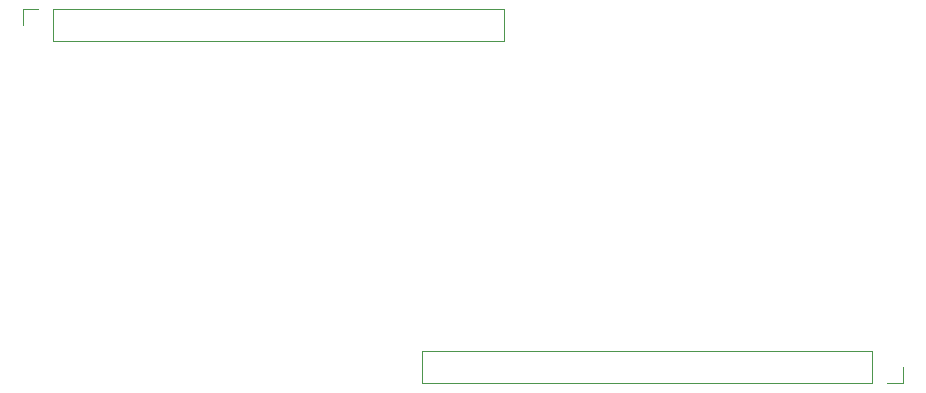
<source format=gbr>
%TF.GenerationSoftware,KiCad,Pcbnew,(5.1.10-1-10_14)*%
%TF.CreationDate,2021-10-28T13:44:03-04:00*%
%TF.ProjectId,ALU-Adder,414c552d-4164-4646-9572-2e6b69636164,rev?*%
%TF.SameCoordinates,Original*%
%TF.FileFunction,Legend,Bot*%
%TF.FilePolarity,Positive*%
%FSLAX46Y46*%
G04 Gerber Fmt 4.6, Leading zero omitted, Abs format (unit mm)*
G04 Created by KiCad (PCBNEW (5.1.10-1-10_14)) date 2021-10-28 13:44:03*
%MOMM*%
%LPD*%
G01*
G04 APERTURE LIST*
%ADD10C,0.120000*%
G04 APERTURE END LIST*
D10*
%TO.C,J2*%
X144974000Y-107756000D02*
X144974000Y-105096000D01*
X183134000Y-107756000D02*
X144974000Y-107756000D01*
X183134000Y-105096000D02*
X144974000Y-105096000D01*
X183134000Y-107756000D02*
X183134000Y-105096000D01*
X184404000Y-107756000D02*
X185734000Y-107756000D01*
X185734000Y-107756000D02*
X185734000Y-106426000D01*
%TO.C,J1*%
X111192000Y-76140000D02*
X111192000Y-77470000D01*
X112522000Y-76140000D02*
X111192000Y-76140000D01*
X113792000Y-76140000D02*
X113792000Y-78800000D01*
X113792000Y-78800000D02*
X151952000Y-78800000D01*
X113792000Y-76140000D02*
X151952000Y-76140000D01*
X151952000Y-76140000D02*
X151952000Y-78800000D01*
%TD*%
M02*

</source>
